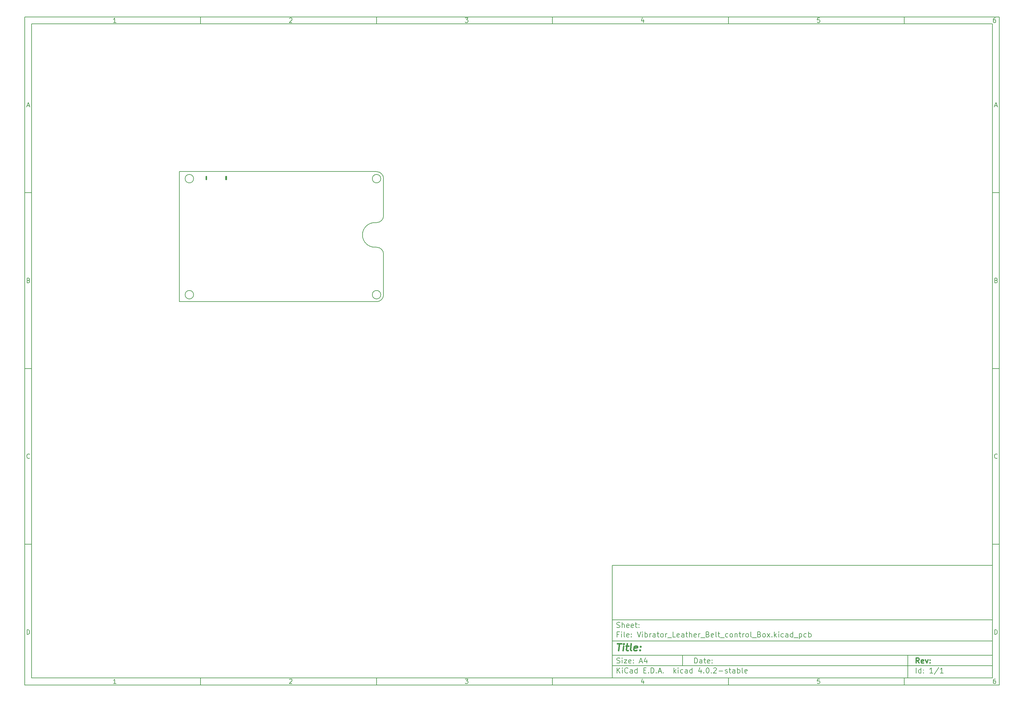
<source format=gm1>
G04 #@! TF.FileFunction,Profile,NP*
%FSLAX46Y46*%
G04 Gerber Fmt 4.6, Leading zero omitted, Abs format (unit mm)*
G04 Created by KiCad (PCBNEW 4.0.2-stable) date 2016 October 13, Thursday 23:14:49*
%MOMM*%
G01*
G04 APERTURE LIST*
%ADD10C,0.100000*%
%ADD11C,0.150000*%
%ADD12C,0.300000*%
%ADD13C,0.400000*%
%ADD14C,0.250000*%
G04 APERTURE END LIST*
D10*
D11*
X177002200Y-166007200D02*
X177002200Y-198007200D01*
X285002200Y-198007200D01*
X285002200Y-166007200D01*
X177002200Y-166007200D01*
D10*
D11*
X10000000Y-10000000D02*
X10000000Y-200007200D01*
X287002200Y-200007200D01*
X287002200Y-10000000D01*
X10000000Y-10000000D01*
D10*
D11*
X12000000Y-12000000D02*
X12000000Y-198007200D01*
X285002200Y-198007200D01*
X285002200Y-12000000D01*
X12000000Y-12000000D01*
D10*
D11*
X60000000Y-12000000D02*
X60000000Y-10000000D01*
D10*
D11*
X110000000Y-12000000D02*
X110000000Y-10000000D01*
D10*
D11*
X160000000Y-12000000D02*
X160000000Y-10000000D01*
D10*
D11*
X210000000Y-12000000D02*
X210000000Y-10000000D01*
D10*
D11*
X260000000Y-12000000D02*
X260000000Y-10000000D01*
D10*
D11*
X35990476Y-11588095D02*
X35247619Y-11588095D01*
X35619048Y-11588095D02*
X35619048Y-10288095D01*
X35495238Y-10473810D01*
X35371429Y-10597619D01*
X35247619Y-10659524D01*
D10*
D11*
X85247619Y-10411905D02*
X85309524Y-10350000D01*
X85433333Y-10288095D01*
X85742857Y-10288095D01*
X85866667Y-10350000D01*
X85928571Y-10411905D01*
X85990476Y-10535714D01*
X85990476Y-10659524D01*
X85928571Y-10845238D01*
X85185714Y-11588095D01*
X85990476Y-11588095D01*
D10*
D11*
X135185714Y-10288095D02*
X135990476Y-10288095D01*
X135557143Y-10783333D01*
X135742857Y-10783333D01*
X135866667Y-10845238D01*
X135928571Y-10907143D01*
X135990476Y-11030952D01*
X135990476Y-11340476D01*
X135928571Y-11464286D01*
X135866667Y-11526190D01*
X135742857Y-11588095D01*
X135371429Y-11588095D01*
X135247619Y-11526190D01*
X135185714Y-11464286D01*
D10*
D11*
X185866667Y-10721429D02*
X185866667Y-11588095D01*
X185557143Y-10226190D02*
X185247619Y-11154762D01*
X186052381Y-11154762D01*
D10*
D11*
X235928571Y-10288095D02*
X235309524Y-10288095D01*
X235247619Y-10907143D01*
X235309524Y-10845238D01*
X235433333Y-10783333D01*
X235742857Y-10783333D01*
X235866667Y-10845238D01*
X235928571Y-10907143D01*
X235990476Y-11030952D01*
X235990476Y-11340476D01*
X235928571Y-11464286D01*
X235866667Y-11526190D01*
X235742857Y-11588095D01*
X235433333Y-11588095D01*
X235309524Y-11526190D01*
X235247619Y-11464286D01*
D10*
D11*
X285866667Y-10288095D02*
X285619048Y-10288095D01*
X285495238Y-10350000D01*
X285433333Y-10411905D01*
X285309524Y-10597619D01*
X285247619Y-10845238D01*
X285247619Y-11340476D01*
X285309524Y-11464286D01*
X285371429Y-11526190D01*
X285495238Y-11588095D01*
X285742857Y-11588095D01*
X285866667Y-11526190D01*
X285928571Y-11464286D01*
X285990476Y-11340476D01*
X285990476Y-11030952D01*
X285928571Y-10907143D01*
X285866667Y-10845238D01*
X285742857Y-10783333D01*
X285495238Y-10783333D01*
X285371429Y-10845238D01*
X285309524Y-10907143D01*
X285247619Y-11030952D01*
D10*
D11*
X60000000Y-198007200D02*
X60000000Y-200007200D01*
D10*
D11*
X110000000Y-198007200D02*
X110000000Y-200007200D01*
D10*
D11*
X160000000Y-198007200D02*
X160000000Y-200007200D01*
D10*
D11*
X210000000Y-198007200D02*
X210000000Y-200007200D01*
D10*
D11*
X260000000Y-198007200D02*
X260000000Y-200007200D01*
D10*
D11*
X35990476Y-199595295D02*
X35247619Y-199595295D01*
X35619048Y-199595295D02*
X35619048Y-198295295D01*
X35495238Y-198481010D01*
X35371429Y-198604819D01*
X35247619Y-198666724D01*
D10*
D11*
X85247619Y-198419105D02*
X85309524Y-198357200D01*
X85433333Y-198295295D01*
X85742857Y-198295295D01*
X85866667Y-198357200D01*
X85928571Y-198419105D01*
X85990476Y-198542914D01*
X85990476Y-198666724D01*
X85928571Y-198852438D01*
X85185714Y-199595295D01*
X85990476Y-199595295D01*
D10*
D11*
X135185714Y-198295295D02*
X135990476Y-198295295D01*
X135557143Y-198790533D01*
X135742857Y-198790533D01*
X135866667Y-198852438D01*
X135928571Y-198914343D01*
X135990476Y-199038152D01*
X135990476Y-199347676D01*
X135928571Y-199471486D01*
X135866667Y-199533390D01*
X135742857Y-199595295D01*
X135371429Y-199595295D01*
X135247619Y-199533390D01*
X135185714Y-199471486D01*
D10*
D11*
X185866667Y-198728629D02*
X185866667Y-199595295D01*
X185557143Y-198233390D02*
X185247619Y-199161962D01*
X186052381Y-199161962D01*
D10*
D11*
X235928571Y-198295295D02*
X235309524Y-198295295D01*
X235247619Y-198914343D01*
X235309524Y-198852438D01*
X235433333Y-198790533D01*
X235742857Y-198790533D01*
X235866667Y-198852438D01*
X235928571Y-198914343D01*
X235990476Y-199038152D01*
X235990476Y-199347676D01*
X235928571Y-199471486D01*
X235866667Y-199533390D01*
X235742857Y-199595295D01*
X235433333Y-199595295D01*
X235309524Y-199533390D01*
X235247619Y-199471486D01*
D10*
D11*
X285866667Y-198295295D02*
X285619048Y-198295295D01*
X285495238Y-198357200D01*
X285433333Y-198419105D01*
X285309524Y-198604819D01*
X285247619Y-198852438D01*
X285247619Y-199347676D01*
X285309524Y-199471486D01*
X285371429Y-199533390D01*
X285495238Y-199595295D01*
X285742857Y-199595295D01*
X285866667Y-199533390D01*
X285928571Y-199471486D01*
X285990476Y-199347676D01*
X285990476Y-199038152D01*
X285928571Y-198914343D01*
X285866667Y-198852438D01*
X285742857Y-198790533D01*
X285495238Y-198790533D01*
X285371429Y-198852438D01*
X285309524Y-198914343D01*
X285247619Y-199038152D01*
D10*
D11*
X10000000Y-60000000D02*
X12000000Y-60000000D01*
D10*
D11*
X10000000Y-110000000D02*
X12000000Y-110000000D01*
D10*
D11*
X10000000Y-160000000D02*
X12000000Y-160000000D01*
D10*
D11*
X10690476Y-35216667D02*
X11309524Y-35216667D01*
X10566667Y-35588095D02*
X11000000Y-34288095D01*
X11433333Y-35588095D01*
D10*
D11*
X11092857Y-84907143D02*
X11278571Y-84969048D01*
X11340476Y-85030952D01*
X11402381Y-85154762D01*
X11402381Y-85340476D01*
X11340476Y-85464286D01*
X11278571Y-85526190D01*
X11154762Y-85588095D01*
X10659524Y-85588095D01*
X10659524Y-84288095D01*
X11092857Y-84288095D01*
X11216667Y-84350000D01*
X11278571Y-84411905D01*
X11340476Y-84535714D01*
X11340476Y-84659524D01*
X11278571Y-84783333D01*
X11216667Y-84845238D01*
X11092857Y-84907143D01*
X10659524Y-84907143D01*
D10*
D11*
X11402381Y-135464286D02*
X11340476Y-135526190D01*
X11154762Y-135588095D01*
X11030952Y-135588095D01*
X10845238Y-135526190D01*
X10721429Y-135402381D01*
X10659524Y-135278571D01*
X10597619Y-135030952D01*
X10597619Y-134845238D01*
X10659524Y-134597619D01*
X10721429Y-134473810D01*
X10845238Y-134350000D01*
X11030952Y-134288095D01*
X11154762Y-134288095D01*
X11340476Y-134350000D01*
X11402381Y-134411905D01*
D10*
D11*
X10659524Y-185588095D02*
X10659524Y-184288095D01*
X10969048Y-184288095D01*
X11154762Y-184350000D01*
X11278571Y-184473810D01*
X11340476Y-184597619D01*
X11402381Y-184845238D01*
X11402381Y-185030952D01*
X11340476Y-185278571D01*
X11278571Y-185402381D01*
X11154762Y-185526190D01*
X10969048Y-185588095D01*
X10659524Y-185588095D01*
D10*
D11*
X287002200Y-60000000D02*
X285002200Y-60000000D01*
D10*
D11*
X287002200Y-110000000D02*
X285002200Y-110000000D01*
D10*
D11*
X287002200Y-160000000D02*
X285002200Y-160000000D01*
D10*
D11*
X285692676Y-35216667D02*
X286311724Y-35216667D01*
X285568867Y-35588095D02*
X286002200Y-34288095D01*
X286435533Y-35588095D01*
D10*
D11*
X286095057Y-84907143D02*
X286280771Y-84969048D01*
X286342676Y-85030952D01*
X286404581Y-85154762D01*
X286404581Y-85340476D01*
X286342676Y-85464286D01*
X286280771Y-85526190D01*
X286156962Y-85588095D01*
X285661724Y-85588095D01*
X285661724Y-84288095D01*
X286095057Y-84288095D01*
X286218867Y-84350000D01*
X286280771Y-84411905D01*
X286342676Y-84535714D01*
X286342676Y-84659524D01*
X286280771Y-84783333D01*
X286218867Y-84845238D01*
X286095057Y-84907143D01*
X285661724Y-84907143D01*
D10*
D11*
X286404581Y-135464286D02*
X286342676Y-135526190D01*
X286156962Y-135588095D01*
X286033152Y-135588095D01*
X285847438Y-135526190D01*
X285723629Y-135402381D01*
X285661724Y-135278571D01*
X285599819Y-135030952D01*
X285599819Y-134845238D01*
X285661724Y-134597619D01*
X285723629Y-134473810D01*
X285847438Y-134350000D01*
X286033152Y-134288095D01*
X286156962Y-134288095D01*
X286342676Y-134350000D01*
X286404581Y-134411905D01*
D10*
D11*
X285661724Y-185588095D02*
X285661724Y-184288095D01*
X285971248Y-184288095D01*
X286156962Y-184350000D01*
X286280771Y-184473810D01*
X286342676Y-184597619D01*
X286404581Y-184845238D01*
X286404581Y-185030952D01*
X286342676Y-185278571D01*
X286280771Y-185402381D01*
X286156962Y-185526190D01*
X285971248Y-185588095D01*
X285661724Y-185588095D01*
D10*
D11*
X200359343Y-193785771D02*
X200359343Y-192285771D01*
X200716486Y-192285771D01*
X200930771Y-192357200D01*
X201073629Y-192500057D01*
X201145057Y-192642914D01*
X201216486Y-192928629D01*
X201216486Y-193142914D01*
X201145057Y-193428629D01*
X201073629Y-193571486D01*
X200930771Y-193714343D01*
X200716486Y-193785771D01*
X200359343Y-193785771D01*
X202502200Y-193785771D02*
X202502200Y-193000057D01*
X202430771Y-192857200D01*
X202287914Y-192785771D01*
X202002200Y-192785771D01*
X201859343Y-192857200D01*
X202502200Y-193714343D02*
X202359343Y-193785771D01*
X202002200Y-193785771D01*
X201859343Y-193714343D01*
X201787914Y-193571486D01*
X201787914Y-193428629D01*
X201859343Y-193285771D01*
X202002200Y-193214343D01*
X202359343Y-193214343D01*
X202502200Y-193142914D01*
X203002200Y-192785771D02*
X203573629Y-192785771D01*
X203216486Y-192285771D02*
X203216486Y-193571486D01*
X203287914Y-193714343D01*
X203430772Y-193785771D01*
X203573629Y-193785771D01*
X204645057Y-193714343D02*
X204502200Y-193785771D01*
X204216486Y-193785771D01*
X204073629Y-193714343D01*
X204002200Y-193571486D01*
X204002200Y-193000057D01*
X204073629Y-192857200D01*
X204216486Y-192785771D01*
X204502200Y-192785771D01*
X204645057Y-192857200D01*
X204716486Y-193000057D01*
X204716486Y-193142914D01*
X204002200Y-193285771D01*
X205359343Y-193642914D02*
X205430771Y-193714343D01*
X205359343Y-193785771D01*
X205287914Y-193714343D01*
X205359343Y-193642914D01*
X205359343Y-193785771D01*
X205359343Y-192857200D02*
X205430771Y-192928629D01*
X205359343Y-193000057D01*
X205287914Y-192928629D01*
X205359343Y-192857200D01*
X205359343Y-193000057D01*
D10*
D11*
X177002200Y-194507200D02*
X285002200Y-194507200D01*
D10*
D11*
X178359343Y-196585771D02*
X178359343Y-195085771D01*
X179216486Y-196585771D02*
X178573629Y-195728629D01*
X179216486Y-195085771D02*
X178359343Y-195942914D01*
X179859343Y-196585771D02*
X179859343Y-195585771D01*
X179859343Y-195085771D02*
X179787914Y-195157200D01*
X179859343Y-195228629D01*
X179930771Y-195157200D01*
X179859343Y-195085771D01*
X179859343Y-195228629D01*
X181430772Y-196442914D02*
X181359343Y-196514343D01*
X181145057Y-196585771D01*
X181002200Y-196585771D01*
X180787915Y-196514343D01*
X180645057Y-196371486D01*
X180573629Y-196228629D01*
X180502200Y-195942914D01*
X180502200Y-195728629D01*
X180573629Y-195442914D01*
X180645057Y-195300057D01*
X180787915Y-195157200D01*
X181002200Y-195085771D01*
X181145057Y-195085771D01*
X181359343Y-195157200D01*
X181430772Y-195228629D01*
X182716486Y-196585771D02*
X182716486Y-195800057D01*
X182645057Y-195657200D01*
X182502200Y-195585771D01*
X182216486Y-195585771D01*
X182073629Y-195657200D01*
X182716486Y-196514343D02*
X182573629Y-196585771D01*
X182216486Y-196585771D01*
X182073629Y-196514343D01*
X182002200Y-196371486D01*
X182002200Y-196228629D01*
X182073629Y-196085771D01*
X182216486Y-196014343D01*
X182573629Y-196014343D01*
X182716486Y-195942914D01*
X184073629Y-196585771D02*
X184073629Y-195085771D01*
X184073629Y-196514343D02*
X183930772Y-196585771D01*
X183645058Y-196585771D01*
X183502200Y-196514343D01*
X183430772Y-196442914D01*
X183359343Y-196300057D01*
X183359343Y-195871486D01*
X183430772Y-195728629D01*
X183502200Y-195657200D01*
X183645058Y-195585771D01*
X183930772Y-195585771D01*
X184073629Y-195657200D01*
X185930772Y-195800057D02*
X186430772Y-195800057D01*
X186645058Y-196585771D02*
X185930772Y-196585771D01*
X185930772Y-195085771D01*
X186645058Y-195085771D01*
X187287915Y-196442914D02*
X187359343Y-196514343D01*
X187287915Y-196585771D01*
X187216486Y-196514343D01*
X187287915Y-196442914D01*
X187287915Y-196585771D01*
X188002201Y-196585771D02*
X188002201Y-195085771D01*
X188359344Y-195085771D01*
X188573629Y-195157200D01*
X188716487Y-195300057D01*
X188787915Y-195442914D01*
X188859344Y-195728629D01*
X188859344Y-195942914D01*
X188787915Y-196228629D01*
X188716487Y-196371486D01*
X188573629Y-196514343D01*
X188359344Y-196585771D01*
X188002201Y-196585771D01*
X189502201Y-196442914D02*
X189573629Y-196514343D01*
X189502201Y-196585771D01*
X189430772Y-196514343D01*
X189502201Y-196442914D01*
X189502201Y-196585771D01*
X190145058Y-196157200D02*
X190859344Y-196157200D01*
X190002201Y-196585771D02*
X190502201Y-195085771D01*
X191002201Y-196585771D01*
X191502201Y-196442914D02*
X191573629Y-196514343D01*
X191502201Y-196585771D01*
X191430772Y-196514343D01*
X191502201Y-196442914D01*
X191502201Y-196585771D01*
X194502201Y-196585771D02*
X194502201Y-195085771D01*
X194645058Y-196014343D02*
X195073629Y-196585771D01*
X195073629Y-195585771D02*
X194502201Y-196157200D01*
X195716487Y-196585771D02*
X195716487Y-195585771D01*
X195716487Y-195085771D02*
X195645058Y-195157200D01*
X195716487Y-195228629D01*
X195787915Y-195157200D01*
X195716487Y-195085771D01*
X195716487Y-195228629D01*
X197073630Y-196514343D02*
X196930773Y-196585771D01*
X196645059Y-196585771D01*
X196502201Y-196514343D01*
X196430773Y-196442914D01*
X196359344Y-196300057D01*
X196359344Y-195871486D01*
X196430773Y-195728629D01*
X196502201Y-195657200D01*
X196645059Y-195585771D01*
X196930773Y-195585771D01*
X197073630Y-195657200D01*
X198359344Y-196585771D02*
X198359344Y-195800057D01*
X198287915Y-195657200D01*
X198145058Y-195585771D01*
X197859344Y-195585771D01*
X197716487Y-195657200D01*
X198359344Y-196514343D02*
X198216487Y-196585771D01*
X197859344Y-196585771D01*
X197716487Y-196514343D01*
X197645058Y-196371486D01*
X197645058Y-196228629D01*
X197716487Y-196085771D01*
X197859344Y-196014343D01*
X198216487Y-196014343D01*
X198359344Y-195942914D01*
X199716487Y-196585771D02*
X199716487Y-195085771D01*
X199716487Y-196514343D02*
X199573630Y-196585771D01*
X199287916Y-196585771D01*
X199145058Y-196514343D01*
X199073630Y-196442914D01*
X199002201Y-196300057D01*
X199002201Y-195871486D01*
X199073630Y-195728629D01*
X199145058Y-195657200D01*
X199287916Y-195585771D01*
X199573630Y-195585771D01*
X199716487Y-195657200D01*
X202216487Y-195585771D02*
X202216487Y-196585771D01*
X201859344Y-195014343D02*
X201502201Y-196085771D01*
X202430773Y-196085771D01*
X203002201Y-196442914D02*
X203073629Y-196514343D01*
X203002201Y-196585771D01*
X202930772Y-196514343D01*
X203002201Y-196442914D01*
X203002201Y-196585771D01*
X204002201Y-195085771D02*
X204145058Y-195085771D01*
X204287915Y-195157200D01*
X204359344Y-195228629D01*
X204430773Y-195371486D01*
X204502201Y-195657200D01*
X204502201Y-196014343D01*
X204430773Y-196300057D01*
X204359344Y-196442914D01*
X204287915Y-196514343D01*
X204145058Y-196585771D01*
X204002201Y-196585771D01*
X203859344Y-196514343D01*
X203787915Y-196442914D01*
X203716487Y-196300057D01*
X203645058Y-196014343D01*
X203645058Y-195657200D01*
X203716487Y-195371486D01*
X203787915Y-195228629D01*
X203859344Y-195157200D01*
X204002201Y-195085771D01*
X205145058Y-196442914D02*
X205216486Y-196514343D01*
X205145058Y-196585771D01*
X205073629Y-196514343D01*
X205145058Y-196442914D01*
X205145058Y-196585771D01*
X205787915Y-195228629D02*
X205859344Y-195157200D01*
X206002201Y-195085771D01*
X206359344Y-195085771D01*
X206502201Y-195157200D01*
X206573630Y-195228629D01*
X206645058Y-195371486D01*
X206645058Y-195514343D01*
X206573630Y-195728629D01*
X205716487Y-196585771D01*
X206645058Y-196585771D01*
X207287915Y-196014343D02*
X208430772Y-196014343D01*
X209073629Y-196514343D02*
X209216486Y-196585771D01*
X209502201Y-196585771D01*
X209645058Y-196514343D01*
X209716486Y-196371486D01*
X209716486Y-196300057D01*
X209645058Y-196157200D01*
X209502201Y-196085771D01*
X209287915Y-196085771D01*
X209145058Y-196014343D01*
X209073629Y-195871486D01*
X209073629Y-195800057D01*
X209145058Y-195657200D01*
X209287915Y-195585771D01*
X209502201Y-195585771D01*
X209645058Y-195657200D01*
X210145058Y-195585771D02*
X210716487Y-195585771D01*
X210359344Y-195085771D02*
X210359344Y-196371486D01*
X210430772Y-196514343D01*
X210573630Y-196585771D01*
X210716487Y-196585771D01*
X211859344Y-196585771D02*
X211859344Y-195800057D01*
X211787915Y-195657200D01*
X211645058Y-195585771D01*
X211359344Y-195585771D01*
X211216487Y-195657200D01*
X211859344Y-196514343D02*
X211716487Y-196585771D01*
X211359344Y-196585771D01*
X211216487Y-196514343D01*
X211145058Y-196371486D01*
X211145058Y-196228629D01*
X211216487Y-196085771D01*
X211359344Y-196014343D01*
X211716487Y-196014343D01*
X211859344Y-195942914D01*
X212573630Y-196585771D02*
X212573630Y-195085771D01*
X212573630Y-195657200D02*
X212716487Y-195585771D01*
X213002201Y-195585771D01*
X213145058Y-195657200D01*
X213216487Y-195728629D01*
X213287916Y-195871486D01*
X213287916Y-196300057D01*
X213216487Y-196442914D01*
X213145058Y-196514343D01*
X213002201Y-196585771D01*
X212716487Y-196585771D01*
X212573630Y-196514343D01*
X214145059Y-196585771D02*
X214002201Y-196514343D01*
X213930773Y-196371486D01*
X213930773Y-195085771D01*
X215287915Y-196514343D02*
X215145058Y-196585771D01*
X214859344Y-196585771D01*
X214716487Y-196514343D01*
X214645058Y-196371486D01*
X214645058Y-195800057D01*
X214716487Y-195657200D01*
X214859344Y-195585771D01*
X215145058Y-195585771D01*
X215287915Y-195657200D01*
X215359344Y-195800057D01*
X215359344Y-195942914D01*
X214645058Y-196085771D01*
D10*
D11*
X177002200Y-191507200D02*
X285002200Y-191507200D01*
D10*
D12*
X264216486Y-193785771D02*
X263716486Y-193071486D01*
X263359343Y-193785771D02*
X263359343Y-192285771D01*
X263930771Y-192285771D01*
X264073629Y-192357200D01*
X264145057Y-192428629D01*
X264216486Y-192571486D01*
X264216486Y-192785771D01*
X264145057Y-192928629D01*
X264073629Y-193000057D01*
X263930771Y-193071486D01*
X263359343Y-193071486D01*
X265430771Y-193714343D02*
X265287914Y-193785771D01*
X265002200Y-193785771D01*
X264859343Y-193714343D01*
X264787914Y-193571486D01*
X264787914Y-193000057D01*
X264859343Y-192857200D01*
X265002200Y-192785771D01*
X265287914Y-192785771D01*
X265430771Y-192857200D01*
X265502200Y-193000057D01*
X265502200Y-193142914D01*
X264787914Y-193285771D01*
X266002200Y-192785771D02*
X266359343Y-193785771D01*
X266716485Y-192785771D01*
X267287914Y-193642914D02*
X267359342Y-193714343D01*
X267287914Y-193785771D01*
X267216485Y-193714343D01*
X267287914Y-193642914D01*
X267287914Y-193785771D01*
X267287914Y-192857200D02*
X267359342Y-192928629D01*
X267287914Y-193000057D01*
X267216485Y-192928629D01*
X267287914Y-192857200D01*
X267287914Y-193000057D01*
D10*
D11*
X178287914Y-193714343D02*
X178502200Y-193785771D01*
X178859343Y-193785771D01*
X179002200Y-193714343D01*
X179073629Y-193642914D01*
X179145057Y-193500057D01*
X179145057Y-193357200D01*
X179073629Y-193214343D01*
X179002200Y-193142914D01*
X178859343Y-193071486D01*
X178573629Y-193000057D01*
X178430771Y-192928629D01*
X178359343Y-192857200D01*
X178287914Y-192714343D01*
X178287914Y-192571486D01*
X178359343Y-192428629D01*
X178430771Y-192357200D01*
X178573629Y-192285771D01*
X178930771Y-192285771D01*
X179145057Y-192357200D01*
X179787914Y-193785771D02*
X179787914Y-192785771D01*
X179787914Y-192285771D02*
X179716485Y-192357200D01*
X179787914Y-192428629D01*
X179859342Y-192357200D01*
X179787914Y-192285771D01*
X179787914Y-192428629D01*
X180359343Y-192785771D02*
X181145057Y-192785771D01*
X180359343Y-193785771D01*
X181145057Y-193785771D01*
X182287914Y-193714343D02*
X182145057Y-193785771D01*
X181859343Y-193785771D01*
X181716486Y-193714343D01*
X181645057Y-193571486D01*
X181645057Y-193000057D01*
X181716486Y-192857200D01*
X181859343Y-192785771D01*
X182145057Y-192785771D01*
X182287914Y-192857200D01*
X182359343Y-193000057D01*
X182359343Y-193142914D01*
X181645057Y-193285771D01*
X183002200Y-193642914D02*
X183073628Y-193714343D01*
X183002200Y-193785771D01*
X182930771Y-193714343D01*
X183002200Y-193642914D01*
X183002200Y-193785771D01*
X183002200Y-192857200D02*
X183073628Y-192928629D01*
X183002200Y-193000057D01*
X182930771Y-192928629D01*
X183002200Y-192857200D01*
X183002200Y-193000057D01*
X184787914Y-193357200D02*
X185502200Y-193357200D01*
X184645057Y-193785771D02*
X185145057Y-192285771D01*
X185645057Y-193785771D01*
X186787914Y-192785771D02*
X186787914Y-193785771D01*
X186430771Y-192214343D02*
X186073628Y-193285771D01*
X187002200Y-193285771D01*
D10*
D11*
X263359343Y-196585771D02*
X263359343Y-195085771D01*
X264716486Y-196585771D02*
X264716486Y-195085771D01*
X264716486Y-196514343D02*
X264573629Y-196585771D01*
X264287915Y-196585771D01*
X264145057Y-196514343D01*
X264073629Y-196442914D01*
X264002200Y-196300057D01*
X264002200Y-195871486D01*
X264073629Y-195728629D01*
X264145057Y-195657200D01*
X264287915Y-195585771D01*
X264573629Y-195585771D01*
X264716486Y-195657200D01*
X265430772Y-196442914D02*
X265502200Y-196514343D01*
X265430772Y-196585771D01*
X265359343Y-196514343D01*
X265430772Y-196442914D01*
X265430772Y-196585771D01*
X265430772Y-195657200D02*
X265502200Y-195728629D01*
X265430772Y-195800057D01*
X265359343Y-195728629D01*
X265430772Y-195657200D01*
X265430772Y-195800057D01*
X268073629Y-196585771D02*
X267216486Y-196585771D01*
X267645058Y-196585771D02*
X267645058Y-195085771D01*
X267502201Y-195300057D01*
X267359343Y-195442914D01*
X267216486Y-195514343D01*
X269787914Y-195014343D02*
X268502200Y-196942914D01*
X271073629Y-196585771D02*
X270216486Y-196585771D01*
X270645058Y-196585771D02*
X270645058Y-195085771D01*
X270502201Y-195300057D01*
X270359343Y-195442914D01*
X270216486Y-195514343D01*
D10*
D11*
X177002200Y-187507200D02*
X285002200Y-187507200D01*
D10*
D13*
X178454581Y-188211962D02*
X179597438Y-188211962D01*
X178776010Y-190211962D02*
X179026010Y-188211962D01*
X180014105Y-190211962D02*
X180180771Y-188878629D01*
X180264105Y-188211962D02*
X180156962Y-188307200D01*
X180240295Y-188402438D01*
X180347439Y-188307200D01*
X180264105Y-188211962D01*
X180240295Y-188402438D01*
X180847438Y-188878629D02*
X181609343Y-188878629D01*
X181216486Y-188211962D02*
X181002200Y-189926248D01*
X181073630Y-190116724D01*
X181252201Y-190211962D01*
X181442677Y-190211962D01*
X182395058Y-190211962D02*
X182216487Y-190116724D01*
X182145057Y-189926248D01*
X182359343Y-188211962D01*
X183930772Y-190116724D02*
X183728391Y-190211962D01*
X183347439Y-190211962D01*
X183168867Y-190116724D01*
X183097438Y-189926248D01*
X183192676Y-189164343D01*
X183311724Y-188973867D01*
X183514105Y-188878629D01*
X183895057Y-188878629D01*
X184073629Y-188973867D01*
X184145057Y-189164343D01*
X184121248Y-189354819D01*
X183145057Y-189545295D01*
X184895057Y-190021486D02*
X184978392Y-190116724D01*
X184871248Y-190211962D01*
X184787915Y-190116724D01*
X184895057Y-190021486D01*
X184871248Y-190211962D01*
X185026010Y-188973867D02*
X185109344Y-189069105D01*
X185002200Y-189164343D01*
X184918867Y-189069105D01*
X185026010Y-188973867D01*
X185002200Y-189164343D01*
D10*
D11*
X178859343Y-185600057D02*
X178359343Y-185600057D01*
X178359343Y-186385771D02*
X178359343Y-184885771D01*
X179073629Y-184885771D01*
X179645057Y-186385771D02*
X179645057Y-185385771D01*
X179645057Y-184885771D02*
X179573628Y-184957200D01*
X179645057Y-185028629D01*
X179716485Y-184957200D01*
X179645057Y-184885771D01*
X179645057Y-185028629D01*
X180573629Y-186385771D02*
X180430771Y-186314343D01*
X180359343Y-186171486D01*
X180359343Y-184885771D01*
X181716485Y-186314343D02*
X181573628Y-186385771D01*
X181287914Y-186385771D01*
X181145057Y-186314343D01*
X181073628Y-186171486D01*
X181073628Y-185600057D01*
X181145057Y-185457200D01*
X181287914Y-185385771D01*
X181573628Y-185385771D01*
X181716485Y-185457200D01*
X181787914Y-185600057D01*
X181787914Y-185742914D01*
X181073628Y-185885771D01*
X182430771Y-186242914D02*
X182502199Y-186314343D01*
X182430771Y-186385771D01*
X182359342Y-186314343D01*
X182430771Y-186242914D01*
X182430771Y-186385771D01*
X182430771Y-185457200D02*
X182502199Y-185528629D01*
X182430771Y-185600057D01*
X182359342Y-185528629D01*
X182430771Y-185457200D01*
X182430771Y-185600057D01*
X184073628Y-184885771D02*
X184573628Y-186385771D01*
X185073628Y-184885771D01*
X185573628Y-186385771D02*
X185573628Y-185385771D01*
X185573628Y-184885771D02*
X185502199Y-184957200D01*
X185573628Y-185028629D01*
X185645056Y-184957200D01*
X185573628Y-184885771D01*
X185573628Y-185028629D01*
X186287914Y-186385771D02*
X186287914Y-184885771D01*
X186287914Y-185457200D02*
X186430771Y-185385771D01*
X186716485Y-185385771D01*
X186859342Y-185457200D01*
X186930771Y-185528629D01*
X187002200Y-185671486D01*
X187002200Y-186100057D01*
X186930771Y-186242914D01*
X186859342Y-186314343D01*
X186716485Y-186385771D01*
X186430771Y-186385771D01*
X186287914Y-186314343D01*
X187645057Y-186385771D02*
X187645057Y-185385771D01*
X187645057Y-185671486D02*
X187716485Y-185528629D01*
X187787914Y-185457200D01*
X187930771Y-185385771D01*
X188073628Y-185385771D01*
X189216485Y-186385771D02*
X189216485Y-185600057D01*
X189145056Y-185457200D01*
X189002199Y-185385771D01*
X188716485Y-185385771D01*
X188573628Y-185457200D01*
X189216485Y-186314343D02*
X189073628Y-186385771D01*
X188716485Y-186385771D01*
X188573628Y-186314343D01*
X188502199Y-186171486D01*
X188502199Y-186028629D01*
X188573628Y-185885771D01*
X188716485Y-185814343D01*
X189073628Y-185814343D01*
X189216485Y-185742914D01*
X189716485Y-185385771D02*
X190287914Y-185385771D01*
X189930771Y-184885771D02*
X189930771Y-186171486D01*
X190002199Y-186314343D01*
X190145057Y-186385771D01*
X190287914Y-186385771D01*
X191002200Y-186385771D02*
X190859342Y-186314343D01*
X190787914Y-186242914D01*
X190716485Y-186100057D01*
X190716485Y-185671486D01*
X190787914Y-185528629D01*
X190859342Y-185457200D01*
X191002200Y-185385771D01*
X191216485Y-185385771D01*
X191359342Y-185457200D01*
X191430771Y-185528629D01*
X191502200Y-185671486D01*
X191502200Y-186100057D01*
X191430771Y-186242914D01*
X191359342Y-186314343D01*
X191216485Y-186385771D01*
X191002200Y-186385771D01*
X192145057Y-186385771D02*
X192145057Y-185385771D01*
X192145057Y-185671486D02*
X192216485Y-185528629D01*
X192287914Y-185457200D01*
X192430771Y-185385771D01*
X192573628Y-185385771D01*
X192716485Y-186528629D02*
X193859342Y-186528629D01*
X194930771Y-186385771D02*
X194216485Y-186385771D01*
X194216485Y-184885771D01*
X196002199Y-186314343D02*
X195859342Y-186385771D01*
X195573628Y-186385771D01*
X195430771Y-186314343D01*
X195359342Y-186171486D01*
X195359342Y-185600057D01*
X195430771Y-185457200D01*
X195573628Y-185385771D01*
X195859342Y-185385771D01*
X196002199Y-185457200D01*
X196073628Y-185600057D01*
X196073628Y-185742914D01*
X195359342Y-185885771D01*
X197359342Y-186385771D02*
X197359342Y-185600057D01*
X197287913Y-185457200D01*
X197145056Y-185385771D01*
X196859342Y-185385771D01*
X196716485Y-185457200D01*
X197359342Y-186314343D02*
X197216485Y-186385771D01*
X196859342Y-186385771D01*
X196716485Y-186314343D01*
X196645056Y-186171486D01*
X196645056Y-186028629D01*
X196716485Y-185885771D01*
X196859342Y-185814343D01*
X197216485Y-185814343D01*
X197359342Y-185742914D01*
X197859342Y-185385771D02*
X198430771Y-185385771D01*
X198073628Y-184885771D02*
X198073628Y-186171486D01*
X198145056Y-186314343D01*
X198287914Y-186385771D01*
X198430771Y-186385771D01*
X198930771Y-186385771D02*
X198930771Y-184885771D01*
X199573628Y-186385771D02*
X199573628Y-185600057D01*
X199502199Y-185457200D01*
X199359342Y-185385771D01*
X199145057Y-185385771D01*
X199002199Y-185457200D01*
X198930771Y-185528629D01*
X200859342Y-186314343D02*
X200716485Y-186385771D01*
X200430771Y-186385771D01*
X200287914Y-186314343D01*
X200216485Y-186171486D01*
X200216485Y-185600057D01*
X200287914Y-185457200D01*
X200430771Y-185385771D01*
X200716485Y-185385771D01*
X200859342Y-185457200D01*
X200930771Y-185600057D01*
X200930771Y-185742914D01*
X200216485Y-185885771D01*
X201573628Y-186385771D02*
X201573628Y-185385771D01*
X201573628Y-185671486D02*
X201645056Y-185528629D01*
X201716485Y-185457200D01*
X201859342Y-185385771D01*
X202002199Y-185385771D01*
X202145056Y-186528629D02*
X203287913Y-186528629D01*
X204145056Y-185600057D02*
X204359342Y-185671486D01*
X204430770Y-185742914D01*
X204502199Y-185885771D01*
X204502199Y-186100057D01*
X204430770Y-186242914D01*
X204359342Y-186314343D01*
X204216484Y-186385771D01*
X203645056Y-186385771D01*
X203645056Y-184885771D01*
X204145056Y-184885771D01*
X204287913Y-184957200D01*
X204359342Y-185028629D01*
X204430770Y-185171486D01*
X204430770Y-185314343D01*
X204359342Y-185457200D01*
X204287913Y-185528629D01*
X204145056Y-185600057D01*
X203645056Y-185600057D01*
X205716484Y-186314343D02*
X205573627Y-186385771D01*
X205287913Y-186385771D01*
X205145056Y-186314343D01*
X205073627Y-186171486D01*
X205073627Y-185600057D01*
X205145056Y-185457200D01*
X205287913Y-185385771D01*
X205573627Y-185385771D01*
X205716484Y-185457200D01*
X205787913Y-185600057D01*
X205787913Y-185742914D01*
X205073627Y-185885771D01*
X206645056Y-186385771D02*
X206502198Y-186314343D01*
X206430770Y-186171486D01*
X206430770Y-184885771D01*
X207002198Y-185385771D02*
X207573627Y-185385771D01*
X207216484Y-184885771D02*
X207216484Y-186171486D01*
X207287912Y-186314343D01*
X207430770Y-186385771D01*
X207573627Y-186385771D01*
X207716484Y-186528629D02*
X208859341Y-186528629D01*
X209859341Y-186314343D02*
X209716484Y-186385771D01*
X209430770Y-186385771D01*
X209287912Y-186314343D01*
X209216484Y-186242914D01*
X209145055Y-186100057D01*
X209145055Y-185671486D01*
X209216484Y-185528629D01*
X209287912Y-185457200D01*
X209430770Y-185385771D01*
X209716484Y-185385771D01*
X209859341Y-185457200D01*
X210716484Y-186385771D02*
X210573626Y-186314343D01*
X210502198Y-186242914D01*
X210430769Y-186100057D01*
X210430769Y-185671486D01*
X210502198Y-185528629D01*
X210573626Y-185457200D01*
X210716484Y-185385771D01*
X210930769Y-185385771D01*
X211073626Y-185457200D01*
X211145055Y-185528629D01*
X211216484Y-185671486D01*
X211216484Y-186100057D01*
X211145055Y-186242914D01*
X211073626Y-186314343D01*
X210930769Y-186385771D01*
X210716484Y-186385771D01*
X211859341Y-185385771D02*
X211859341Y-186385771D01*
X211859341Y-185528629D02*
X211930769Y-185457200D01*
X212073627Y-185385771D01*
X212287912Y-185385771D01*
X212430769Y-185457200D01*
X212502198Y-185600057D01*
X212502198Y-186385771D01*
X213002198Y-185385771D02*
X213573627Y-185385771D01*
X213216484Y-184885771D02*
X213216484Y-186171486D01*
X213287912Y-186314343D01*
X213430770Y-186385771D01*
X213573627Y-186385771D01*
X214073627Y-186385771D02*
X214073627Y-185385771D01*
X214073627Y-185671486D02*
X214145055Y-185528629D01*
X214216484Y-185457200D01*
X214359341Y-185385771D01*
X214502198Y-185385771D01*
X215216484Y-186385771D02*
X215073626Y-186314343D01*
X215002198Y-186242914D01*
X214930769Y-186100057D01*
X214930769Y-185671486D01*
X215002198Y-185528629D01*
X215073626Y-185457200D01*
X215216484Y-185385771D01*
X215430769Y-185385771D01*
X215573626Y-185457200D01*
X215645055Y-185528629D01*
X215716484Y-185671486D01*
X215716484Y-186100057D01*
X215645055Y-186242914D01*
X215573626Y-186314343D01*
X215430769Y-186385771D01*
X215216484Y-186385771D01*
X216573627Y-186385771D02*
X216430769Y-186314343D01*
X216359341Y-186171486D01*
X216359341Y-184885771D01*
X216787912Y-186528629D02*
X217930769Y-186528629D01*
X218787912Y-185600057D02*
X219002198Y-185671486D01*
X219073626Y-185742914D01*
X219145055Y-185885771D01*
X219145055Y-186100057D01*
X219073626Y-186242914D01*
X219002198Y-186314343D01*
X218859340Y-186385771D01*
X218287912Y-186385771D01*
X218287912Y-184885771D01*
X218787912Y-184885771D01*
X218930769Y-184957200D01*
X219002198Y-185028629D01*
X219073626Y-185171486D01*
X219073626Y-185314343D01*
X219002198Y-185457200D01*
X218930769Y-185528629D01*
X218787912Y-185600057D01*
X218287912Y-185600057D01*
X220002198Y-186385771D02*
X219859340Y-186314343D01*
X219787912Y-186242914D01*
X219716483Y-186100057D01*
X219716483Y-185671486D01*
X219787912Y-185528629D01*
X219859340Y-185457200D01*
X220002198Y-185385771D01*
X220216483Y-185385771D01*
X220359340Y-185457200D01*
X220430769Y-185528629D01*
X220502198Y-185671486D01*
X220502198Y-186100057D01*
X220430769Y-186242914D01*
X220359340Y-186314343D01*
X220216483Y-186385771D01*
X220002198Y-186385771D01*
X221002198Y-186385771D02*
X221787912Y-185385771D01*
X221002198Y-185385771D02*
X221787912Y-186385771D01*
X222359341Y-186242914D02*
X222430769Y-186314343D01*
X222359341Y-186385771D01*
X222287912Y-186314343D01*
X222359341Y-186242914D01*
X222359341Y-186385771D01*
X223073627Y-186385771D02*
X223073627Y-184885771D01*
X223216484Y-185814343D02*
X223645055Y-186385771D01*
X223645055Y-185385771D02*
X223073627Y-185957200D01*
X224287913Y-186385771D02*
X224287913Y-185385771D01*
X224287913Y-184885771D02*
X224216484Y-184957200D01*
X224287913Y-185028629D01*
X224359341Y-184957200D01*
X224287913Y-184885771D01*
X224287913Y-185028629D01*
X225645056Y-186314343D02*
X225502199Y-186385771D01*
X225216485Y-186385771D01*
X225073627Y-186314343D01*
X225002199Y-186242914D01*
X224930770Y-186100057D01*
X224930770Y-185671486D01*
X225002199Y-185528629D01*
X225073627Y-185457200D01*
X225216485Y-185385771D01*
X225502199Y-185385771D01*
X225645056Y-185457200D01*
X226930770Y-186385771D02*
X226930770Y-185600057D01*
X226859341Y-185457200D01*
X226716484Y-185385771D01*
X226430770Y-185385771D01*
X226287913Y-185457200D01*
X226930770Y-186314343D02*
X226787913Y-186385771D01*
X226430770Y-186385771D01*
X226287913Y-186314343D01*
X226216484Y-186171486D01*
X226216484Y-186028629D01*
X226287913Y-185885771D01*
X226430770Y-185814343D01*
X226787913Y-185814343D01*
X226930770Y-185742914D01*
X228287913Y-186385771D02*
X228287913Y-184885771D01*
X228287913Y-186314343D02*
X228145056Y-186385771D01*
X227859342Y-186385771D01*
X227716484Y-186314343D01*
X227645056Y-186242914D01*
X227573627Y-186100057D01*
X227573627Y-185671486D01*
X227645056Y-185528629D01*
X227716484Y-185457200D01*
X227859342Y-185385771D01*
X228145056Y-185385771D01*
X228287913Y-185457200D01*
X228645056Y-186528629D02*
X229787913Y-186528629D01*
X230145056Y-185385771D02*
X230145056Y-186885771D01*
X230145056Y-185457200D02*
X230287913Y-185385771D01*
X230573627Y-185385771D01*
X230716484Y-185457200D01*
X230787913Y-185528629D01*
X230859342Y-185671486D01*
X230859342Y-186100057D01*
X230787913Y-186242914D01*
X230716484Y-186314343D01*
X230573627Y-186385771D01*
X230287913Y-186385771D01*
X230145056Y-186314343D01*
X232145056Y-186314343D02*
X232002199Y-186385771D01*
X231716485Y-186385771D01*
X231573627Y-186314343D01*
X231502199Y-186242914D01*
X231430770Y-186100057D01*
X231430770Y-185671486D01*
X231502199Y-185528629D01*
X231573627Y-185457200D01*
X231716485Y-185385771D01*
X232002199Y-185385771D01*
X232145056Y-185457200D01*
X232787913Y-186385771D02*
X232787913Y-184885771D01*
X232787913Y-185457200D02*
X232930770Y-185385771D01*
X233216484Y-185385771D01*
X233359341Y-185457200D01*
X233430770Y-185528629D01*
X233502199Y-185671486D01*
X233502199Y-186100057D01*
X233430770Y-186242914D01*
X233359341Y-186314343D01*
X233216484Y-186385771D01*
X232930770Y-186385771D01*
X232787913Y-186314343D01*
D10*
D11*
X177002200Y-181507200D02*
X285002200Y-181507200D01*
D10*
D11*
X178287914Y-183614343D02*
X178502200Y-183685771D01*
X178859343Y-183685771D01*
X179002200Y-183614343D01*
X179073629Y-183542914D01*
X179145057Y-183400057D01*
X179145057Y-183257200D01*
X179073629Y-183114343D01*
X179002200Y-183042914D01*
X178859343Y-182971486D01*
X178573629Y-182900057D01*
X178430771Y-182828629D01*
X178359343Y-182757200D01*
X178287914Y-182614343D01*
X178287914Y-182471486D01*
X178359343Y-182328629D01*
X178430771Y-182257200D01*
X178573629Y-182185771D01*
X178930771Y-182185771D01*
X179145057Y-182257200D01*
X179787914Y-183685771D02*
X179787914Y-182185771D01*
X180430771Y-183685771D02*
X180430771Y-182900057D01*
X180359342Y-182757200D01*
X180216485Y-182685771D01*
X180002200Y-182685771D01*
X179859342Y-182757200D01*
X179787914Y-182828629D01*
X181716485Y-183614343D02*
X181573628Y-183685771D01*
X181287914Y-183685771D01*
X181145057Y-183614343D01*
X181073628Y-183471486D01*
X181073628Y-182900057D01*
X181145057Y-182757200D01*
X181287914Y-182685771D01*
X181573628Y-182685771D01*
X181716485Y-182757200D01*
X181787914Y-182900057D01*
X181787914Y-183042914D01*
X181073628Y-183185771D01*
X183002199Y-183614343D02*
X182859342Y-183685771D01*
X182573628Y-183685771D01*
X182430771Y-183614343D01*
X182359342Y-183471486D01*
X182359342Y-182900057D01*
X182430771Y-182757200D01*
X182573628Y-182685771D01*
X182859342Y-182685771D01*
X183002199Y-182757200D01*
X183073628Y-182900057D01*
X183073628Y-183042914D01*
X182359342Y-183185771D01*
X183502199Y-182685771D02*
X184073628Y-182685771D01*
X183716485Y-182185771D02*
X183716485Y-183471486D01*
X183787913Y-183614343D01*
X183930771Y-183685771D01*
X184073628Y-183685771D01*
X184573628Y-183542914D02*
X184645056Y-183614343D01*
X184573628Y-183685771D01*
X184502199Y-183614343D01*
X184573628Y-183542914D01*
X184573628Y-183685771D01*
X184573628Y-182757200D02*
X184645056Y-182828629D01*
X184573628Y-182900057D01*
X184502199Y-182828629D01*
X184573628Y-182757200D01*
X184573628Y-182900057D01*
D10*
D11*
X197002200Y-191507200D02*
X197002200Y-194507200D01*
D10*
D11*
X261002200Y-191507200D02*
X261002200Y-198007200D01*
X109500000Y-68500000D02*
X110000000Y-68500000D01*
X112000000Y-56000000D02*
X112000000Y-66500000D01*
X112000000Y-77500000D02*
X112000000Y-88000000D01*
X109500000Y-75500000D02*
X110000000Y-75500000D01*
D14*
X61475000Y-56225000D02*
X61675000Y-56225000D01*
X61475000Y-55275000D02*
X61475000Y-56225000D01*
X61675000Y-55275000D02*
X61475000Y-55275000D01*
X61675000Y-56225000D02*
X61675000Y-55275000D01*
X67125000Y-56225000D02*
X67325000Y-56225000D01*
X67125000Y-55275000D02*
X67125000Y-56225000D01*
X67325000Y-55275000D02*
X67125000Y-55275000D01*
X67325000Y-56225000D02*
X67325000Y-55275000D01*
X67125000Y-56125000D02*
X67325000Y-56125000D01*
X67125000Y-55375000D02*
X67125000Y-56125000D01*
X67325000Y-55375000D02*
X67125000Y-55375000D01*
X67325000Y-56125000D02*
X67325000Y-55375000D01*
D11*
X109500000Y-54000000D02*
X54000000Y-54000000D01*
X60200000Y-91000000D02*
X54000000Y-91000000D01*
X54000000Y-90000000D02*
X54000000Y-91000000D01*
X112000000Y-88000000D02*
X112000000Y-89000000D01*
X60200000Y-91000000D02*
X70200000Y-91000000D01*
X110000000Y-91000000D02*
X70200000Y-91000000D01*
X54000000Y-90000000D02*
X54000000Y-54000000D01*
X58000000Y-89000000D02*
G75*
G03X58000000Y-89000000I-1200000J0D01*
G01*
X111200000Y-89000000D02*
G75*
G03X111200000Y-89000000I-1200000J0D01*
G01*
X111200000Y-56000000D02*
G75*
G03X111200000Y-56000000I-1200000J0D01*
G01*
X58000000Y-56000000D02*
G75*
G03X58000000Y-56000000I-1200000J0D01*
G01*
X110000000Y-54000000D02*
X109500000Y-54000000D01*
X112000000Y-56000000D02*
G75*
G03X110000000Y-54000000I-2000000J0D01*
G01*
X110000000Y-91000000D02*
G75*
G03X112000000Y-89000000I0J2000000D01*
G01*
X106000000Y-72000000D02*
G75*
G03X109500000Y-75500000I3500000J0D01*
G01*
X109500000Y-68500000D02*
G75*
G03X106000000Y-72000000I0J-3500000D01*
G01*
X110000000Y-68500000D02*
G75*
G03X112000000Y-66500000I0J2000000D01*
G01*
X112000000Y-77500000D02*
G75*
G03X110000000Y-75500000I-2000000J0D01*
G01*
M02*

</source>
